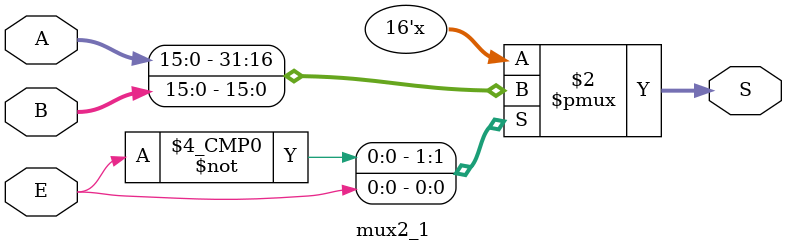
<source format=sv>

module mux2_1(input logic[15:0] A,
	   input logic [15:0] B,
	   input logic E,
	   output logic [15:0] S 
	   );
	always_comb	
	begin
   case(E)
	1'b0	:	S = A;
	1'b1	:	S = B;
	endcase
   end
endmodule
</source>
